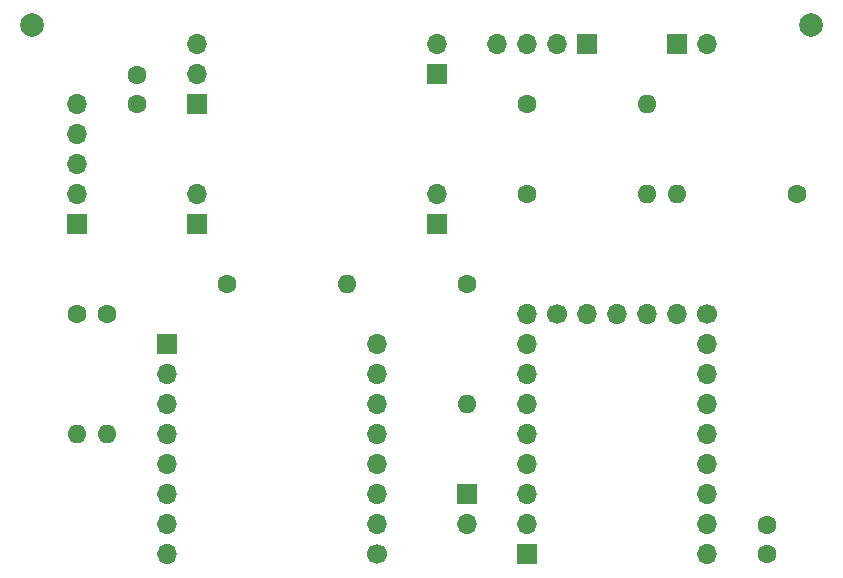
<source format=gbr>
%TF.GenerationSoftware,KiCad,Pcbnew,8.0.3*%
%TF.CreationDate,2026-01-09T14:43:18+01:00*%
%TF.ProjectId,VintageRadio,56696e74-6167-4655-9261-64696f2e6b69,rev?*%
%TF.SameCoordinates,Original*%
%TF.FileFunction,Soldermask,Bot*%
%TF.FilePolarity,Negative*%
%FSLAX46Y46*%
G04 Gerber Fmt 4.6, Leading zero omitted, Abs format (unit mm)*
G04 Created by KiCad (PCBNEW 8.0.3) date 2026-01-09 14:43:18*
%MOMM*%
%LPD*%
G01*
G04 APERTURE LIST*
%ADD10R,1.700000X1.700000*%
%ADD11O,1.700000X1.700000*%
%ADD12C,1.700000*%
%ADD13O,1.600000X1.600000*%
%ADD14C,1.600000*%
%ADD15C,2.000000*%
G04 APERTURE END LIST*
D10*
%TO.C,J7*%
X188810000Y-91510000D03*
D11*
X188810000Y-94050000D03*
%TD*%
%TO.C,J9*%
X209130000Y-53410000D03*
D10*
X206590000Y-53410000D03*
%TD*%
%TO.C,J1*%
X155790000Y-68650000D03*
D11*
X155790000Y-66110000D03*
X155790000Y-63570000D03*
X155790000Y-61030000D03*
X155790000Y-58490000D03*
%TD*%
D12*
%TO.C,J10*%
X196430000Y-76270000D03*
D11*
X198970000Y-76270000D03*
X201510000Y-76270000D03*
X204050000Y-76270000D03*
X206590000Y-76270000D03*
%TD*%
D13*
%TO.C,R4*%
X204050000Y-66110000D03*
D14*
X193890000Y-66110000D03*
%TD*%
D10*
%TO.C,J8*%
X193890000Y-96590000D03*
D11*
X193890000Y-94050000D03*
X193890000Y-91510000D03*
X193890000Y-88970000D03*
X193890000Y-86430000D03*
X193890000Y-83890000D03*
X193890000Y-81350000D03*
X193890000Y-78810000D03*
X193890000Y-76270000D03*
%TD*%
D14*
%TO.C,C2*%
X214210000Y-96590000D03*
X214210000Y-94090000D03*
%TD*%
%TO.C,R6*%
X193890000Y-58490000D03*
D13*
X204050000Y-58490000D03*
%TD*%
D14*
%TO.C,C1*%
X160870000Y-58490000D03*
X160870000Y-55990000D03*
%TD*%
%TO.C,R1*%
X188810000Y-73730000D03*
D13*
X188810000Y-83890000D03*
%TD*%
D12*
%TO.C,J11*%
X209130000Y-76270000D03*
D11*
X209130000Y-78810000D03*
X209130000Y-81350000D03*
X209130000Y-83890000D03*
X209130000Y-86430000D03*
X209130000Y-88970000D03*
X209130000Y-91510000D03*
X209130000Y-94050000D03*
X209130000Y-96590000D03*
%TD*%
D10*
%TO.C,J4*%
X198990000Y-53430000D03*
D11*
X196450000Y-53430000D03*
X193910000Y-53430000D03*
X191370000Y-53430000D03*
%TD*%
D13*
%TO.C,R7*%
X178650000Y-73730000D03*
D14*
X168490000Y-73730000D03*
%TD*%
%TO.C,R2*%
X155790000Y-76270000D03*
D13*
X155790000Y-86430000D03*
%TD*%
D11*
%TO.C,J3*%
X186270000Y-66130000D03*
D10*
X186270000Y-68670000D03*
%TD*%
D11*
%TO.C,J2*%
X165950000Y-66130000D03*
D10*
X165950000Y-68670000D03*
%TD*%
D11*
%TO.C,J5*%
X165950000Y-53430000D03*
X165950000Y-55970000D03*
D10*
X165950000Y-58510000D03*
%TD*%
D11*
%TO.C,J6*%
X186270000Y-53430000D03*
D10*
X186270000Y-55970000D03*
%TD*%
D15*
%TO.C,H2*%
X218000000Y-51800000D03*
%TD*%
%TO.C,H1*%
X152000000Y-51800000D03*
%TD*%
D13*
%TO.C,R5*%
X206590000Y-66110000D03*
D14*
X216750000Y-66110000D03*
%TD*%
D11*
%TO.C,J13*%
X181190000Y-78810000D03*
X181190000Y-81350000D03*
X181190000Y-83890000D03*
X181190000Y-86430000D03*
X181190000Y-88970000D03*
X181190000Y-91510000D03*
X181190000Y-94050000D03*
D12*
X181190000Y-96590000D03*
%TD*%
D11*
%TO.C,J12*%
X163410000Y-96590000D03*
X163410000Y-94050000D03*
X163410000Y-91510000D03*
X163410000Y-88970000D03*
X163410000Y-86430000D03*
X163410000Y-83890000D03*
X163410000Y-81350000D03*
D10*
X163410000Y-78810000D03*
%TD*%
D14*
%TO.C,R3*%
X158330000Y-76270000D03*
D13*
X158330000Y-86430000D03*
%TD*%
M02*

</source>
